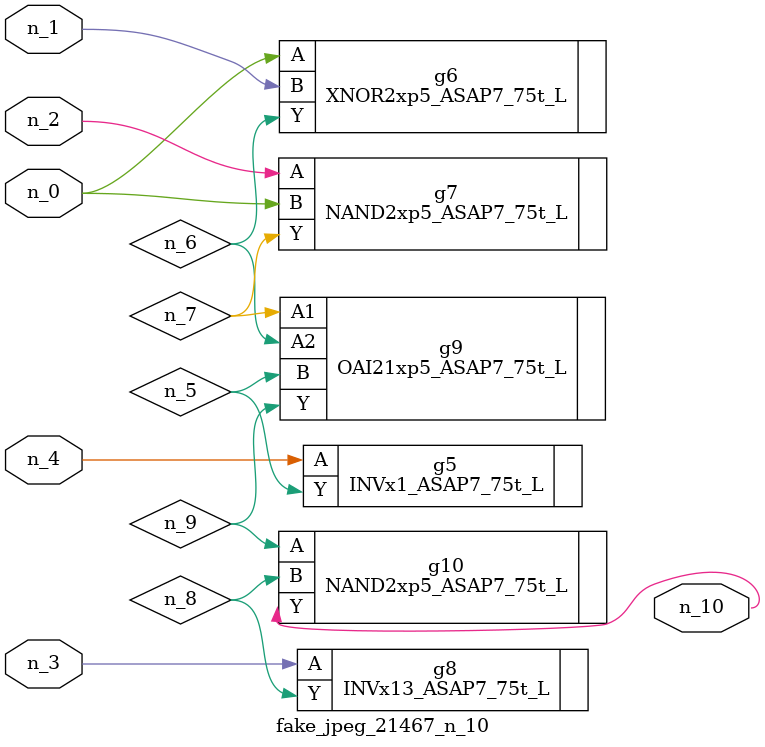
<source format=v>
module fake_jpeg_21467_n_10 (n_3, n_2, n_1, n_0, n_4, n_10);

input n_3;
input n_2;
input n_1;
input n_0;
input n_4;

output n_10;

wire n_8;
wire n_9;
wire n_6;
wire n_5;
wire n_7;

INVx1_ASAP7_75t_L g5 ( 
.A(n_4),
.Y(n_5)
);

XNOR2xp5_ASAP7_75t_L g6 ( 
.A(n_0),
.B(n_1),
.Y(n_6)
);

NAND2xp5_ASAP7_75t_L g7 ( 
.A(n_2),
.B(n_0),
.Y(n_7)
);

INVx13_ASAP7_75t_L g8 ( 
.A(n_3),
.Y(n_8)
);

OAI21xp5_ASAP7_75t_L g9 ( 
.A1(n_7),
.A2(n_6),
.B(n_5),
.Y(n_9)
);

NAND2xp5_ASAP7_75t_L g10 ( 
.A(n_9),
.B(n_8),
.Y(n_10)
);


endmodule
</source>
